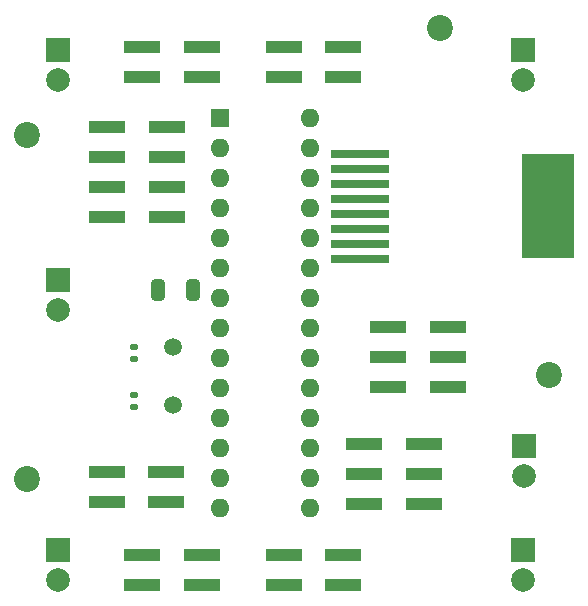
<source format=gbr>
%TF.GenerationSoftware,KiCad,Pcbnew,8.0.7*%
%TF.CreationDate,2025-01-13T22:24:01+01:00*%
%TF.ProjectId,circuit,63697263-7569-4742-9e6b-696361645f70,v1.1.0*%
%TF.SameCoordinates,Original*%
%TF.FileFunction,Soldermask,Top*%
%TF.FilePolarity,Negative*%
%FSLAX46Y46*%
G04 Gerber Fmt 4.6, Leading zero omitted, Abs format (unit mm)*
G04 Created by KiCad (PCBNEW 8.0.7) date 2025-01-13 22:24:01*
%MOMM*%
%LPD*%
G01*
G04 APERTURE LIST*
G04 Aperture macros list*
%AMRoundRect*
0 Rectangle with rounded corners*
0 $1 Rounding radius*
0 $2 $3 $4 $5 $6 $7 $8 $9 X,Y pos of 4 corners*
0 Add a 4 corners polygon primitive as box body*
4,1,4,$2,$3,$4,$5,$6,$7,$8,$9,$2,$3,0*
0 Add four circle primitives for the rounded corners*
1,1,$1+$1,$2,$3*
1,1,$1+$1,$4,$5*
1,1,$1+$1,$6,$7*
1,1,$1+$1,$8,$9*
0 Add four rect primitives between the rounded corners*
20,1,$1+$1,$2,$3,$4,$5,0*
20,1,$1+$1,$4,$5,$6,$7,0*
20,1,$1+$1,$6,$7,$8,$9,0*
20,1,$1+$1,$8,$9,$2,$3,0*%
G04 Aperture macros list end*
%ADD10R,2.000000X2.000000*%
%ADD11C,2.000000*%
%ADD12R,3.150000X1.000000*%
%ADD13RoundRect,0.140000X0.170000X-0.140000X0.170000X0.140000X-0.170000X0.140000X-0.170000X-0.140000X0*%
%ADD14C,2.200000*%
%ADD15RoundRect,0.140000X-0.170000X0.140000X-0.170000X-0.140000X0.170000X-0.140000X0.170000X0.140000X0*%
%ADD16R,5.000000X0.760000*%
%ADD17R,4.500000X8.800000*%
%ADD18R,1.600000X1.600000*%
%ADD19O,1.600000X1.600000*%
%ADD20C,1.500000*%
%ADD21RoundRect,0.250000X-0.325000X-0.650000X0.325000X-0.650000X0.325000X0.650000X-0.325000X0.650000X0*%
G04 APERTURE END LIST*
D10*
%TO.C,J1.1.3*%
X254750000Y-89300000D03*
D11*
X254750000Y-91840000D03*
%TD*%
D10*
%TO.C,J1.1.1*%
X254750000Y-47000000D03*
D11*
X254750000Y-49540000D03*
%TD*%
D12*
%TO.C,J1.3*%
X222475000Y-89730000D03*
X227525000Y-89730000D03*
X222475000Y-92270000D03*
X227525000Y-92270000D03*
%TD*%
D13*
%TO.C,C2*%
X221830000Y-77180000D03*
X221830000Y-76220000D03*
%TD*%
D14*
%TO.C,REF\u002A\u002A*%
X256950000Y-74500000D03*
%TD*%
D12*
%TO.C,J3*%
X219510000Y-82720000D03*
X224560000Y-82720000D03*
X219510000Y-85260000D03*
X224560000Y-85260000D03*
%TD*%
D14*
%TO.C,REF\u002A\u002A*%
X212750000Y-54200000D03*
%TD*%
D12*
%TO.C,J5*%
X243350000Y-70400000D03*
X248400000Y-70400000D03*
X243350000Y-72940000D03*
X248400000Y-72940000D03*
X243350000Y-75480000D03*
X248400000Y-75480000D03*
%TD*%
D14*
%TO.C,REF\u002A\u002A*%
X212750000Y-83300000D03*
%TD*%
D10*
%TO.C,J1.1.2*%
X215350000Y-47000000D03*
D11*
X215350000Y-49540000D03*
%TD*%
D15*
%TO.C,C1*%
X221820000Y-72150000D03*
X221820000Y-73110000D03*
%TD*%
D16*
%TO.C,J4*%
X240920000Y-64645000D03*
X240920000Y-63375000D03*
X240920000Y-62105000D03*
X240920000Y-60835000D03*
X240920000Y-59565000D03*
X240920000Y-58295000D03*
X240920000Y-57025000D03*
X240920000Y-55755000D03*
D17*
X256850000Y-60200000D03*
%TD*%
D10*
%TO.C,J1.2.2*%
X215350000Y-66500000D03*
D11*
X215350000Y-69040000D03*
%TD*%
D18*
%TO.C,U1*%
X229130000Y-52740000D03*
D19*
X229130000Y-55280000D03*
X229130000Y-57820000D03*
X229130000Y-60360000D03*
X229130000Y-62900000D03*
X229130000Y-65440000D03*
X229130000Y-67980000D03*
X229130000Y-70520000D03*
X229130000Y-73060000D03*
X229130000Y-75600000D03*
X229130000Y-78140000D03*
X229130000Y-80680000D03*
X229130000Y-83220000D03*
X229130000Y-85760000D03*
X236750000Y-85760000D03*
X236750000Y-83220000D03*
X236750000Y-80680000D03*
X236750000Y-78140000D03*
X236750000Y-75600000D03*
X236750000Y-73060000D03*
X236750000Y-70520000D03*
X236750000Y-67980000D03*
X236750000Y-65440000D03*
X236750000Y-62900000D03*
X236750000Y-60360000D03*
X236750000Y-57820000D03*
X236750000Y-55280000D03*
X236750000Y-52740000D03*
%TD*%
D12*
%TO.C,J2*%
X246350000Y-85400000D03*
X241300000Y-85400000D03*
X246350000Y-82860000D03*
X241300000Y-82860000D03*
X246350000Y-80320000D03*
X241300000Y-80320000D03*
%TD*%
D14*
%TO.C,REF\u002A\u002A*%
X247750000Y-45100000D03*
%TD*%
D12*
%TO.C,J1.2*%
X234475000Y-46730000D03*
X239525000Y-46730000D03*
X234475000Y-49270000D03*
X239525000Y-49270000D03*
%TD*%
D20*
%TO.C,Y1*%
X225150000Y-72125000D03*
X225150000Y-77025000D03*
%TD*%
D10*
%TO.C,J1.2.1*%
X254850000Y-80500000D03*
D11*
X254850000Y-83040000D03*
%TD*%
D12*
%TO.C,J1.4*%
X239525000Y-92270000D03*
X234475000Y-92270000D03*
X239525000Y-89730000D03*
X234475000Y-89730000D03*
%TD*%
%TO.C,J1*%
X219550000Y-53535000D03*
X224600000Y-53535000D03*
X219550000Y-56075000D03*
X224600000Y-56075000D03*
X219550000Y-58615000D03*
X224600000Y-58615000D03*
X219550000Y-61155000D03*
X224600000Y-61155000D03*
%TD*%
D10*
%TO.C,J1.1.4*%
X215350000Y-89300000D03*
D11*
X215350000Y-91840000D03*
%TD*%
D21*
%TO.C,C3*%
X223850000Y-67300000D03*
X226800000Y-67300000D03*
%TD*%
D12*
%TO.C,J1.1*%
X222475000Y-46730000D03*
X227525000Y-46730000D03*
X222475000Y-49270000D03*
X227525000Y-49270000D03*
%TD*%
M02*

</source>
